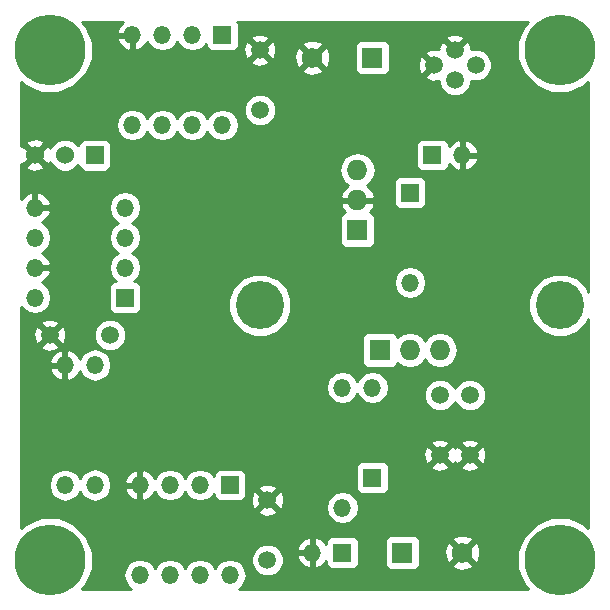
<source format=gbl>
G04 (created by PCBNEW (2013-07-07 BZR 4022)-stable) date 3/25/2015 10:05:49 PM*
%MOIN*%
G04 Gerber Fmt 3.4, Leading zero omitted, Abs format*
%FSLAX34Y34*%
G01*
G70*
G90*
G04 APERTURE LIST*
%ADD10C,0.00590551*%
%ADD11R,0.069X0.069*%
%ADD12O,0.069X0.069*%
%ADD13R,0.059X0.059*%
%ADD14O,0.059X0.059*%
%ADD15R,0.06X0.06*%
%ADD16C,0.06*%
%ADD17C,0.059*%
%ADD18C,0.16*%
%ADD19C,0.069*%
%ADD20C,0.23622*%
%ADD21C,0.01*%
G04 APERTURE END LIST*
G54D10*
G54D11*
X59500Y-55750D03*
G54D12*
X59500Y-54750D03*
X59500Y-53750D03*
G54D13*
X62000Y-53250D03*
G54D14*
X63000Y-53250D03*
G54D11*
X60250Y-59750D03*
G54D12*
X61250Y-59750D03*
X62250Y-59750D03*
G54D14*
X50750Y-60250D03*
X50750Y-64250D03*
X49750Y-64250D03*
X49750Y-60250D03*
G54D15*
X50750Y-53250D03*
G54D16*
X49750Y-53250D03*
X48750Y-53250D03*
G54D17*
X62750Y-49757D03*
X63438Y-50250D03*
X62061Y-50250D03*
X62750Y-50742D03*
X56500Y-66750D03*
X56500Y-64750D03*
X56250Y-51750D03*
X56250Y-49750D03*
X51250Y-59250D03*
X49250Y-59250D03*
G54D13*
X55250Y-64250D03*
G54D14*
X54250Y-64250D03*
X53250Y-64250D03*
X52250Y-64250D03*
X52250Y-67250D03*
X53250Y-67250D03*
X55250Y-67250D03*
X54250Y-67250D03*
G54D13*
X51750Y-58000D03*
G54D14*
X51750Y-57000D03*
X51750Y-56000D03*
X51750Y-55000D03*
X48750Y-55000D03*
X48750Y-56000D03*
X48750Y-58000D03*
X48750Y-57000D03*
G54D13*
X55000Y-49250D03*
G54D14*
X54000Y-49250D03*
X53000Y-49250D03*
X52000Y-49250D03*
X52000Y-52250D03*
X53000Y-52250D03*
X55000Y-52250D03*
X54000Y-52250D03*
G54D18*
X66250Y-58250D03*
X56250Y-58250D03*
G54D11*
X61000Y-66500D03*
G54D19*
X63000Y-66500D03*
G54D11*
X60000Y-50000D03*
G54D19*
X58000Y-50000D03*
G54D20*
X49250Y-49750D03*
X49250Y-66750D03*
X66250Y-49750D03*
X66250Y-66750D03*
G54D17*
X63250Y-61250D03*
X63250Y-63250D03*
X62250Y-61250D03*
X62250Y-63250D03*
G54D13*
X59000Y-66500D03*
G54D14*
X58000Y-66500D03*
X59000Y-65000D03*
X59000Y-61000D03*
G54D13*
X60000Y-64000D03*
G54D14*
X60000Y-61000D03*
G54D13*
X61250Y-54500D03*
G54D14*
X61250Y-57500D03*
G54D10*
G36*
X67200Y-65676D02*
X67061Y-65537D01*
X66535Y-65319D01*
X65966Y-65318D01*
X65440Y-65536D01*
X65037Y-65938D01*
X64819Y-66464D01*
X64818Y-67033D01*
X65036Y-67559D01*
X65176Y-67700D01*
X63984Y-67700D01*
X63984Y-50142D01*
X63901Y-49941D01*
X63748Y-49788D01*
X63547Y-49705D01*
X63331Y-49704D01*
X63293Y-49720D01*
X63288Y-49621D01*
X63227Y-49473D01*
X63132Y-49446D01*
X63061Y-49517D01*
X63061Y-49375D01*
X63034Y-49280D01*
X62830Y-49208D01*
X62614Y-49219D01*
X62465Y-49280D01*
X62438Y-49375D01*
X62750Y-49687D01*
X63061Y-49375D01*
X63061Y-49517D01*
X62820Y-49757D01*
X62826Y-49763D01*
X62755Y-49834D01*
X62750Y-49828D01*
X62744Y-49834D01*
X62673Y-49763D01*
X62679Y-49757D01*
X62367Y-49446D01*
X62272Y-49473D01*
X62200Y-49677D01*
X62202Y-49721D01*
X62141Y-49700D01*
X61925Y-49711D01*
X61776Y-49772D01*
X61749Y-49867D01*
X62061Y-50179D01*
X62066Y-50173D01*
X62137Y-50244D01*
X62131Y-50250D01*
X62137Y-50255D01*
X62066Y-50326D01*
X62061Y-50320D01*
X61990Y-50391D01*
X61990Y-50250D01*
X61678Y-49938D01*
X61583Y-49965D01*
X61511Y-50169D01*
X61522Y-50385D01*
X61583Y-50534D01*
X61678Y-50561D01*
X61990Y-50250D01*
X61990Y-50391D01*
X61749Y-50632D01*
X61776Y-50727D01*
X61980Y-50799D01*
X62196Y-50788D01*
X62204Y-50785D01*
X62204Y-50850D01*
X62287Y-51050D01*
X62440Y-51203D01*
X62641Y-51287D01*
X62857Y-51287D01*
X63058Y-51204D01*
X63211Y-51051D01*
X63294Y-50851D01*
X63294Y-50780D01*
X63330Y-50794D01*
X63546Y-50795D01*
X63747Y-50712D01*
X63900Y-50559D01*
X63983Y-50358D01*
X63984Y-50142D01*
X63984Y-67700D01*
X63799Y-67700D01*
X63799Y-63330D01*
X63795Y-63238D01*
X63795Y-61142D01*
X63712Y-60941D01*
X63559Y-60788D01*
X63528Y-60775D01*
X63528Y-53384D01*
X63528Y-53115D01*
X63468Y-52971D01*
X63326Y-52813D01*
X63134Y-52721D01*
X63050Y-52769D01*
X63050Y-53200D01*
X63479Y-53200D01*
X63528Y-53115D01*
X63528Y-53384D01*
X63479Y-53300D01*
X63050Y-53300D01*
X63050Y-53730D01*
X63134Y-53778D01*
X63326Y-53686D01*
X63468Y-53528D01*
X63528Y-53384D01*
X63528Y-60775D01*
X63358Y-60705D01*
X63142Y-60704D01*
X62950Y-60784D01*
X62950Y-53730D01*
X62950Y-53300D01*
X62942Y-53300D01*
X62942Y-53200D01*
X62950Y-53200D01*
X62950Y-52769D01*
X62865Y-52721D01*
X62673Y-52813D01*
X62545Y-52956D01*
X62545Y-52905D01*
X62507Y-52813D01*
X62436Y-52743D01*
X62344Y-52705D01*
X62245Y-52704D01*
X61655Y-52704D01*
X61563Y-52742D01*
X61493Y-52813D01*
X61455Y-52905D01*
X61454Y-53004D01*
X61454Y-53594D01*
X61492Y-53686D01*
X61563Y-53756D01*
X61655Y-53794D01*
X61754Y-53795D01*
X62344Y-53795D01*
X62436Y-53757D01*
X62506Y-53686D01*
X62544Y-53594D01*
X62545Y-53543D01*
X62673Y-53686D01*
X62865Y-53778D01*
X62950Y-53730D01*
X62950Y-60784D01*
X62941Y-60787D01*
X62845Y-60884D01*
X62845Y-59761D01*
X62845Y-59738D01*
X62799Y-59510D01*
X62670Y-59317D01*
X62477Y-59188D01*
X62250Y-59143D01*
X62022Y-59188D01*
X61829Y-59317D01*
X61795Y-59368D01*
X61795Y-54745D01*
X61795Y-54155D01*
X61757Y-54063D01*
X61686Y-53993D01*
X61594Y-53955D01*
X61495Y-53954D01*
X60905Y-53954D01*
X60813Y-53992D01*
X60743Y-54063D01*
X60705Y-54155D01*
X60704Y-54254D01*
X60704Y-54844D01*
X60742Y-54936D01*
X60813Y-55006D01*
X60905Y-55044D01*
X61004Y-55045D01*
X61594Y-55045D01*
X61686Y-55007D01*
X61756Y-54936D01*
X61794Y-54844D01*
X61795Y-54745D01*
X61795Y-59368D01*
X61795Y-59368D01*
X61795Y-57510D01*
X61795Y-57489D01*
X61753Y-57280D01*
X61635Y-57103D01*
X61458Y-56985D01*
X61250Y-56944D01*
X61041Y-56985D01*
X60864Y-57103D01*
X60746Y-57280D01*
X60705Y-57489D01*
X60705Y-57510D01*
X60746Y-57719D01*
X60864Y-57896D01*
X61041Y-58014D01*
X61250Y-58055D01*
X61458Y-58014D01*
X61635Y-57896D01*
X61753Y-57719D01*
X61795Y-57510D01*
X61795Y-59368D01*
X61750Y-59436D01*
X61670Y-59317D01*
X61477Y-59188D01*
X61250Y-59143D01*
X61022Y-59188D01*
X60829Y-59317D01*
X60807Y-59263D01*
X60736Y-59193D01*
X60644Y-59155D01*
X60595Y-59155D01*
X60595Y-50295D01*
X60595Y-49605D01*
X60557Y-49513D01*
X60486Y-49443D01*
X60394Y-49405D01*
X60295Y-49404D01*
X59605Y-49404D01*
X59513Y-49442D01*
X59443Y-49513D01*
X59405Y-49605D01*
X59404Y-49704D01*
X59404Y-50394D01*
X59442Y-50486D01*
X59513Y-50556D01*
X59605Y-50594D01*
X59704Y-50595D01*
X60394Y-50595D01*
X60486Y-50557D01*
X60556Y-50486D01*
X60594Y-50394D01*
X60595Y-50295D01*
X60595Y-59155D01*
X60545Y-59154D01*
X60106Y-59154D01*
X60106Y-53750D01*
X60061Y-53522D01*
X59932Y-53329D01*
X59739Y-53200D01*
X59511Y-53155D01*
X59488Y-53155D01*
X59260Y-53200D01*
X59067Y-53329D01*
X58938Y-53522D01*
X58893Y-53750D01*
X58938Y-53977D01*
X59067Y-54170D01*
X59188Y-54251D01*
X59147Y-54270D01*
X58990Y-54441D01*
X58922Y-54607D01*
X58969Y-54700D01*
X59450Y-54700D01*
X59450Y-54692D01*
X59550Y-54692D01*
X59550Y-54700D01*
X60030Y-54700D01*
X60077Y-54607D01*
X60009Y-54441D01*
X59852Y-54270D01*
X59811Y-54251D01*
X59932Y-54170D01*
X60061Y-53977D01*
X60106Y-53750D01*
X60106Y-59154D01*
X60095Y-59154D01*
X60095Y-56045D01*
X60095Y-55355D01*
X60057Y-55263D01*
X59986Y-55193D01*
X59913Y-55162D01*
X60009Y-55058D01*
X60077Y-54892D01*
X60030Y-54800D01*
X59550Y-54800D01*
X59550Y-54807D01*
X59450Y-54807D01*
X59450Y-54800D01*
X58969Y-54800D01*
X58922Y-54892D01*
X58990Y-55058D01*
X59086Y-55162D01*
X59013Y-55192D01*
X58943Y-55263D01*
X58905Y-55355D01*
X58904Y-55454D01*
X58904Y-56144D01*
X58942Y-56236D01*
X59013Y-56306D01*
X59105Y-56344D01*
X59204Y-56345D01*
X59894Y-56345D01*
X59986Y-56307D01*
X60056Y-56236D01*
X60094Y-56144D01*
X60095Y-56045D01*
X60095Y-59154D01*
X59855Y-59154D01*
X59763Y-59192D01*
X59693Y-59263D01*
X59655Y-59355D01*
X59654Y-59454D01*
X59654Y-60144D01*
X59692Y-60236D01*
X59763Y-60306D01*
X59855Y-60344D01*
X59954Y-60345D01*
X60644Y-60345D01*
X60736Y-60307D01*
X60806Y-60236D01*
X60829Y-60182D01*
X61022Y-60311D01*
X61250Y-60356D01*
X61477Y-60311D01*
X61670Y-60182D01*
X61750Y-60063D01*
X61829Y-60182D01*
X62022Y-60311D01*
X62250Y-60356D01*
X62477Y-60311D01*
X62670Y-60182D01*
X62799Y-59989D01*
X62845Y-59761D01*
X62845Y-60884D01*
X62788Y-60940D01*
X62750Y-61032D01*
X62712Y-60941D01*
X62559Y-60788D01*
X62358Y-60705D01*
X62142Y-60704D01*
X61941Y-60787D01*
X61788Y-60940D01*
X61705Y-61141D01*
X61704Y-61357D01*
X61787Y-61558D01*
X61940Y-61711D01*
X62141Y-61794D01*
X62357Y-61795D01*
X62558Y-61712D01*
X62711Y-61559D01*
X62749Y-61467D01*
X62787Y-61558D01*
X62940Y-61711D01*
X63141Y-61794D01*
X63357Y-61795D01*
X63558Y-61712D01*
X63711Y-61559D01*
X63794Y-61358D01*
X63795Y-61142D01*
X63795Y-63238D01*
X63788Y-63114D01*
X63727Y-62965D01*
X63632Y-62938D01*
X63561Y-63009D01*
X63561Y-62867D01*
X63534Y-62772D01*
X63330Y-62700D01*
X63114Y-62711D01*
X62965Y-62772D01*
X62938Y-62867D01*
X63250Y-63179D01*
X63561Y-62867D01*
X63561Y-63009D01*
X63320Y-63250D01*
X63632Y-63561D01*
X63727Y-63534D01*
X63799Y-63330D01*
X63799Y-67700D01*
X63599Y-67700D01*
X63599Y-66592D01*
X63589Y-66356D01*
X63561Y-66289D01*
X63561Y-63632D01*
X63250Y-63320D01*
X63179Y-63391D01*
X63179Y-63250D01*
X62867Y-62938D01*
X62772Y-62965D01*
X62751Y-63024D01*
X62727Y-62965D01*
X62632Y-62938D01*
X62561Y-63009D01*
X62561Y-62867D01*
X62534Y-62772D01*
X62330Y-62700D01*
X62114Y-62711D01*
X61965Y-62772D01*
X61938Y-62867D01*
X62250Y-63179D01*
X62561Y-62867D01*
X62561Y-63009D01*
X62320Y-63250D01*
X62632Y-63561D01*
X62727Y-63534D01*
X62748Y-63475D01*
X62772Y-63534D01*
X62867Y-63561D01*
X63179Y-63250D01*
X63179Y-63391D01*
X62938Y-63632D01*
X62965Y-63727D01*
X63169Y-63799D01*
X63385Y-63788D01*
X63534Y-63727D01*
X63561Y-63632D01*
X63561Y-66289D01*
X63518Y-66185D01*
X63418Y-66152D01*
X63347Y-66222D01*
X63347Y-66081D01*
X63314Y-65981D01*
X63092Y-65900D01*
X62856Y-65910D01*
X62685Y-65981D01*
X62652Y-66081D01*
X63000Y-66429D01*
X63347Y-66081D01*
X63347Y-66222D01*
X63070Y-66500D01*
X63418Y-66847D01*
X63518Y-66814D01*
X63599Y-66592D01*
X63599Y-67700D01*
X63347Y-67700D01*
X63347Y-66918D01*
X63000Y-66570D01*
X62929Y-66641D01*
X62929Y-66500D01*
X62581Y-66152D01*
X62561Y-66158D01*
X62561Y-63632D01*
X62250Y-63320D01*
X62179Y-63391D01*
X62179Y-63250D01*
X61867Y-62938D01*
X61772Y-62965D01*
X61700Y-63169D01*
X61711Y-63385D01*
X61772Y-63534D01*
X61867Y-63561D01*
X62179Y-63250D01*
X62179Y-63391D01*
X61938Y-63632D01*
X61965Y-63727D01*
X62169Y-63799D01*
X62385Y-63788D01*
X62534Y-63727D01*
X62561Y-63632D01*
X62561Y-66158D01*
X62481Y-66185D01*
X62400Y-66407D01*
X62410Y-66643D01*
X62481Y-66814D01*
X62581Y-66847D01*
X62929Y-66500D01*
X62929Y-66641D01*
X62652Y-66918D01*
X62685Y-67018D01*
X62907Y-67099D01*
X63143Y-67089D01*
X63314Y-67018D01*
X63347Y-66918D01*
X63347Y-67700D01*
X61595Y-67700D01*
X61595Y-66795D01*
X61595Y-66105D01*
X61557Y-66013D01*
X61486Y-65943D01*
X61394Y-65905D01*
X61295Y-65904D01*
X60605Y-65904D01*
X60545Y-65929D01*
X60545Y-64245D01*
X60545Y-63655D01*
X60545Y-63655D01*
X60545Y-61010D01*
X60545Y-60989D01*
X60503Y-60780D01*
X60385Y-60603D01*
X60208Y-60485D01*
X60000Y-60444D01*
X59791Y-60485D01*
X59614Y-60603D01*
X59499Y-60775D01*
X59385Y-60603D01*
X59208Y-60485D01*
X59000Y-60444D01*
X58791Y-60485D01*
X58614Y-60603D01*
X58599Y-60626D01*
X58599Y-50092D01*
X58589Y-49856D01*
X58518Y-49685D01*
X58418Y-49652D01*
X58347Y-49722D01*
X58347Y-49581D01*
X58314Y-49481D01*
X58092Y-49400D01*
X57856Y-49410D01*
X57685Y-49481D01*
X57652Y-49581D01*
X58000Y-49929D01*
X58347Y-49581D01*
X58347Y-49722D01*
X58070Y-50000D01*
X58418Y-50347D01*
X58518Y-50314D01*
X58599Y-50092D01*
X58599Y-60626D01*
X58496Y-60780D01*
X58455Y-60989D01*
X58455Y-61010D01*
X58496Y-61219D01*
X58614Y-61396D01*
X58791Y-61514D01*
X59000Y-61555D01*
X59208Y-61514D01*
X59385Y-61396D01*
X59499Y-61224D01*
X59614Y-61396D01*
X59791Y-61514D01*
X60000Y-61555D01*
X60208Y-61514D01*
X60385Y-61396D01*
X60503Y-61219D01*
X60545Y-61010D01*
X60545Y-63655D01*
X60507Y-63563D01*
X60436Y-63493D01*
X60344Y-63455D01*
X60245Y-63454D01*
X59655Y-63454D01*
X59563Y-63492D01*
X59493Y-63563D01*
X59455Y-63655D01*
X59454Y-63754D01*
X59454Y-64344D01*
X59492Y-64436D01*
X59563Y-64506D01*
X59655Y-64544D01*
X59754Y-64545D01*
X60344Y-64545D01*
X60436Y-64507D01*
X60506Y-64436D01*
X60544Y-64344D01*
X60545Y-64245D01*
X60545Y-65929D01*
X60513Y-65942D01*
X60443Y-66013D01*
X60405Y-66105D01*
X60404Y-66204D01*
X60404Y-66894D01*
X60442Y-66986D01*
X60513Y-67056D01*
X60605Y-67094D01*
X60704Y-67095D01*
X61394Y-67095D01*
X61486Y-67057D01*
X61556Y-66986D01*
X61594Y-66894D01*
X61595Y-66795D01*
X61595Y-67700D01*
X59545Y-67700D01*
X59545Y-66745D01*
X59545Y-66155D01*
X59545Y-66155D01*
X59545Y-65010D01*
X59545Y-64989D01*
X59503Y-64780D01*
X59385Y-64603D01*
X59208Y-64485D01*
X59000Y-64444D01*
X58791Y-64485D01*
X58614Y-64603D01*
X58496Y-64780D01*
X58455Y-64989D01*
X58455Y-65010D01*
X58496Y-65219D01*
X58614Y-65396D01*
X58791Y-65514D01*
X59000Y-65555D01*
X59208Y-65514D01*
X59385Y-65396D01*
X59503Y-65219D01*
X59545Y-65010D01*
X59545Y-66155D01*
X59507Y-66063D01*
X59436Y-65993D01*
X59344Y-65955D01*
X59245Y-65954D01*
X58655Y-65954D01*
X58563Y-65992D01*
X58493Y-66063D01*
X58455Y-66155D01*
X58454Y-66206D01*
X58347Y-66087D01*
X58347Y-50418D01*
X58000Y-50070D01*
X57929Y-50141D01*
X57929Y-50000D01*
X57581Y-49652D01*
X57481Y-49685D01*
X57400Y-49907D01*
X57410Y-50143D01*
X57481Y-50314D01*
X57581Y-50347D01*
X57929Y-50000D01*
X57929Y-50141D01*
X57652Y-50418D01*
X57685Y-50518D01*
X57907Y-50599D01*
X58143Y-50589D01*
X58314Y-50518D01*
X58347Y-50418D01*
X58347Y-66087D01*
X58326Y-66063D01*
X58134Y-65971D01*
X58050Y-66019D01*
X58050Y-66450D01*
X58057Y-66450D01*
X58057Y-66550D01*
X58050Y-66550D01*
X58050Y-66980D01*
X58134Y-67028D01*
X58326Y-66936D01*
X58454Y-66793D01*
X58454Y-66844D01*
X58492Y-66936D01*
X58563Y-67006D01*
X58655Y-67044D01*
X58754Y-67045D01*
X59344Y-67045D01*
X59436Y-67007D01*
X59506Y-66936D01*
X59544Y-66844D01*
X59545Y-66745D01*
X59545Y-67700D01*
X57950Y-67700D01*
X57950Y-66980D01*
X57950Y-66550D01*
X57950Y-66450D01*
X57950Y-66019D01*
X57865Y-65971D01*
X57673Y-66063D01*
X57531Y-66221D01*
X57471Y-66365D01*
X57520Y-66450D01*
X57950Y-66450D01*
X57950Y-66550D01*
X57520Y-66550D01*
X57471Y-66634D01*
X57531Y-66778D01*
X57673Y-66936D01*
X57865Y-67028D01*
X57950Y-66980D01*
X57950Y-67700D01*
X57300Y-67700D01*
X57300Y-58042D01*
X57140Y-57656D01*
X56845Y-57360D01*
X56799Y-57341D01*
X56799Y-49830D01*
X56788Y-49614D01*
X56727Y-49465D01*
X56632Y-49438D01*
X56561Y-49509D01*
X56561Y-49367D01*
X56534Y-49272D01*
X56330Y-49200D01*
X56114Y-49211D01*
X55965Y-49272D01*
X55938Y-49367D01*
X56250Y-49679D01*
X56561Y-49367D01*
X56561Y-49509D01*
X56320Y-49750D01*
X56632Y-50061D01*
X56727Y-50034D01*
X56799Y-49830D01*
X56799Y-57341D01*
X56795Y-57339D01*
X56795Y-51642D01*
X56712Y-51441D01*
X56561Y-51290D01*
X56561Y-50132D01*
X56250Y-49820D01*
X56179Y-49891D01*
X56179Y-49750D01*
X55867Y-49438D01*
X55772Y-49465D01*
X55700Y-49669D01*
X55711Y-49885D01*
X55772Y-50034D01*
X55867Y-50061D01*
X56179Y-49750D01*
X56179Y-49891D01*
X55938Y-50132D01*
X55965Y-50227D01*
X56169Y-50299D01*
X56385Y-50288D01*
X56534Y-50227D01*
X56561Y-50132D01*
X56561Y-51290D01*
X56559Y-51288D01*
X56358Y-51205D01*
X56142Y-51204D01*
X55941Y-51287D01*
X55788Y-51440D01*
X55705Y-51641D01*
X55704Y-51857D01*
X55787Y-52058D01*
X55940Y-52211D01*
X56141Y-52294D01*
X56357Y-52295D01*
X56558Y-52212D01*
X56711Y-52059D01*
X56794Y-51858D01*
X56795Y-51642D01*
X56795Y-57339D01*
X56459Y-57200D01*
X56042Y-57199D01*
X55656Y-57359D01*
X55555Y-57459D01*
X55555Y-52250D01*
X55514Y-52041D01*
X55396Y-51864D01*
X55219Y-51746D01*
X55010Y-51705D01*
X54989Y-51705D01*
X54780Y-51746D01*
X54603Y-51864D01*
X54500Y-52020D01*
X54396Y-51864D01*
X54219Y-51746D01*
X54010Y-51705D01*
X53989Y-51705D01*
X53780Y-51746D01*
X53603Y-51864D01*
X53500Y-52020D01*
X53396Y-51864D01*
X53219Y-51746D01*
X53010Y-51705D01*
X52989Y-51705D01*
X52780Y-51746D01*
X52603Y-51864D01*
X52499Y-52020D01*
X52396Y-51864D01*
X52219Y-51746D01*
X52010Y-51705D01*
X51989Y-51705D01*
X51950Y-51712D01*
X51950Y-49730D01*
X51950Y-49300D01*
X51520Y-49300D01*
X51471Y-49384D01*
X51531Y-49528D01*
X51673Y-49686D01*
X51865Y-49778D01*
X51950Y-49730D01*
X51950Y-51712D01*
X51780Y-51746D01*
X51603Y-51864D01*
X51485Y-52041D01*
X51444Y-52250D01*
X51485Y-52458D01*
X51603Y-52635D01*
X51780Y-52753D01*
X51989Y-52795D01*
X52010Y-52795D01*
X52219Y-52753D01*
X52396Y-52635D01*
X52500Y-52479D01*
X52603Y-52635D01*
X52780Y-52753D01*
X52989Y-52795D01*
X53010Y-52795D01*
X53219Y-52753D01*
X53396Y-52635D01*
X53500Y-52479D01*
X53603Y-52635D01*
X53780Y-52753D01*
X53989Y-52795D01*
X54010Y-52795D01*
X54219Y-52753D01*
X54396Y-52635D01*
X54500Y-52479D01*
X54603Y-52635D01*
X54780Y-52753D01*
X54989Y-52795D01*
X55010Y-52795D01*
X55219Y-52753D01*
X55396Y-52635D01*
X55514Y-52458D01*
X55555Y-52250D01*
X55555Y-57459D01*
X55360Y-57654D01*
X55200Y-58040D01*
X55199Y-58457D01*
X55359Y-58844D01*
X55654Y-59139D01*
X56040Y-59299D01*
X56457Y-59300D01*
X56844Y-59140D01*
X57139Y-58845D01*
X57299Y-58459D01*
X57300Y-58042D01*
X57300Y-67700D01*
X57049Y-67700D01*
X57049Y-64830D01*
X57038Y-64614D01*
X56977Y-64465D01*
X56882Y-64438D01*
X56811Y-64509D01*
X56811Y-64367D01*
X56784Y-64272D01*
X56580Y-64200D01*
X56364Y-64211D01*
X56215Y-64272D01*
X56188Y-64367D01*
X56500Y-64679D01*
X56811Y-64367D01*
X56811Y-64509D01*
X56570Y-64750D01*
X56882Y-65061D01*
X56977Y-65034D01*
X57049Y-64830D01*
X57049Y-67700D01*
X57045Y-67700D01*
X57045Y-66642D01*
X56962Y-66441D01*
X56811Y-66290D01*
X56811Y-65132D01*
X56500Y-64820D01*
X56429Y-64891D01*
X56429Y-64750D01*
X56117Y-64438D01*
X56022Y-64465D01*
X55950Y-64669D01*
X55961Y-64885D01*
X56022Y-65034D01*
X56117Y-65061D01*
X56429Y-64750D01*
X56429Y-64891D01*
X56188Y-65132D01*
X56215Y-65227D01*
X56419Y-65299D01*
X56635Y-65288D01*
X56784Y-65227D01*
X56811Y-65132D01*
X56811Y-66290D01*
X56809Y-66288D01*
X56608Y-66205D01*
X56392Y-66204D01*
X56191Y-66287D01*
X56038Y-66440D01*
X55955Y-66641D01*
X55954Y-66857D01*
X56037Y-67058D01*
X56190Y-67211D01*
X56391Y-67294D01*
X56607Y-67295D01*
X56808Y-67212D01*
X56961Y-67059D01*
X57044Y-66858D01*
X57045Y-66642D01*
X57045Y-67700D01*
X55549Y-67700D01*
X55646Y-67635D01*
X55764Y-67458D01*
X55805Y-67250D01*
X55795Y-67196D01*
X55795Y-64495D01*
X55795Y-63905D01*
X55757Y-63813D01*
X55686Y-63743D01*
X55594Y-63705D01*
X55495Y-63704D01*
X54905Y-63704D01*
X54813Y-63742D01*
X54743Y-63813D01*
X54705Y-63905D01*
X54705Y-63952D01*
X54646Y-63864D01*
X54469Y-63746D01*
X54260Y-63705D01*
X54239Y-63705D01*
X54030Y-63746D01*
X53853Y-63864D01*
X53750Y-64020D01*
X53646Y-63864D01*
X53469Y-63746D01*
X53260Y-63705D01*
X53239Y-63705D01*
X53030Y-63746D01*
X52853Y-63864D01*
X52742Y-64030D01*
X52718Y-63971D01*
X52576Y-63813D01*
X52384Y-63721D01*
X52300Y-63769D01*
X52300Y-64200D01*
X52307Y-64200D01*
X52307Y-64300D01*
X52300Y-64300D01*
X52300Y-64730D01*
X52384Y-64778D01*
X52576Y-64686D01*
X52718Y-64528D01*
X52742Y-64469D01*
X52853Y-64635D01*
X53030Y-64753D01*
X53239Y-64795D01*
X53260Y-64795D01*
X53469Y-64753D01*
X53646Y-64635D01*
X53750Y-64479D01*
X53853Y-64635D01*
X54030Y-64753D01*
X54239Y-64795D01*
X54260Y-64795D01*
X54469Y-64753D01*
X54646Y-64635D01*
X54704Y-64547D01*
X54704Y-64594D01*
X54742Y-64686D01*
X54813Y-64756D01*
X54905Y-64794D01*
X55004Y-64795D01*
X55594Y-64795D01*
X55686Y-64757D01*
X55756Y-64686D01*
X55794Y-64594D01*
X55795Y-64495D01*
X55795Y-67196D01*
X55764Y-67041D01*
X55646Y-66864D01*
X55469Y-66746D01*
X55260Y-66705D01*
X55239Y-66705D01*
X55030Y-66746D01*
X54853Y-66864D01*
X54750Y-67020D01*
X54646Y-66864D01*
X54469Y-66746D01*
X54260Y-66705D01*
X54239Y-66705D01*
X54030Y-66746D01*
X53853Y-66864D01*
X53750Y-67020D01*
X53646Y-66864D01*
X53469Y-66746D01*
X53260Y-66705D01*
X53239Y-66705D01*
X53030Y-66746D01*
X52853Y-66864D01*
X52749Y-67020D01*
X52646Y-66864D01*
X52469Y-66746D01*
X52295Y-66711D01*
X52295Y-58245D01*
X52295Y-57655D01*
X52257Y-57563D01*
X52186Y-57493D01*
X52094Y-57455D01*
X52047Y-57455D01*
X52135Y-57396D01*
X52253Y-57219D01*
X52295Y-57010D01*
X52295Y-56989D01*
X52253Y-56780D01*
X52135Y-56603D01*
X51979Y-56500D01*
X52135Y-56396D01*
X52253Y-56219D01*
X52295Y-56010D01*
X52295Y-55989D01*
X52253Y-55780D01*
X52135Y-55603D01*
X51979Y-55500D01*
X52135Y-55396D01*
X52253Y-55219D01*
X52295Y-55010D01*
X52295Y-54989D01*
X52253Y-54780D01*
X52135Y-54603D01*
X51958Y-54485D01*
X51750Y-54444D01*
X51541Y-54485D01*
X51364Y-54603D01*
X51300Y-54700D01*
X51300Y-53500D01*
X51300Y-52900D01*
X51262Y-52808D01*
X51191Y-52738D01*
X51099Y-52700D01*
X51000Y-52699D01*
X50400Y-52699D01*
X50308Y-52737D01*
X50238Y-52808D01*
X50200Y-52900D01*
X50200Y-52922D01*
X50061Y-52784D01*
X49859Y-52700D01*
X49641Y-52699D01*
X49438Y-52783D01*
X49284Y-52938D01*
X49252Y-53013D01*
X49231Y-52962D01*
X49135Y-52934D01*
X49065Y-53005D01*
X49065Y-52864D01*
X49037Y-52768D01*
X48831Y-52695D01*
X48613Y-52706D01*
X48462Y-52768D01*
X48434Y-52864D01*
X48750Y-53179D01*
X49065Y-52864D01*
X49065Y-53005D01*
X48820Y-53250D01*
X49135Y-53565D01*
X49231Y-53537D01*
X49250Y-53482D01*
X49283Y-53561D01*
X49438Y-53715D01*
X49640Y-53799D01*
X49858Y-53800D01*
X50061Y-53716D01*
X50199Y-53577D01*
X50199Y-53599D01*
X50237Y-53691D01*
X50308Y-53761D01*
X50400Y-53799D01*
X50499Y-53800D01*
X51099Y-53800D01*
X51191Y-53762D01*
X51261Y-53691D01*
X51299Y-53599D01*
X51300Y-53500D01*
X51300Y-54700D01*
X51246Y-54780D01*
X51205Y-54989D01*
X51205Y-55010D01*
X51246Y-55219D01*
X51364Y-55396D01*
X51520Y-55500D01*
X51364Y-55603D01*
X51246Y-55780D01*
X51205Y-55989D01*
X51205Y-56010D01*
X51246Y-56219D01*
X51364Y-56396D01*
X51520Y-56500D01*
X51364Y-56603D01*
X51246Y-56780D01*
X51205Y-56989D01*
X51205Y-57010D01*
X51246Y-57219D01*
X51364Y-57396D01*
X51452Y-57454D01*
X51405Y-57454D01*
X51313Y-57492D01*
X51243Y-57563D01*
X51205Y-57655D01*
X51204Y-57754D01*
X51204Y-58344D01*
X51242Y-58436D01*
X51313Y-58506D01*
X51405Y-58544D01*
X51504Y-58545D01*
X52094Y-58545D01*
X52186Y-58507D01*
X52256Y-58436D01*
X52294Y-58344D01*
X52295Y-58245D01*
X52295Y-66711D01*
X52260Y-66705D01*
X52239Y-66705D01*
X52200Y-66712D01*
X52200Y-64730D01*
X52200Y-64300D01*
X52200Y-64200D01*
X52200Y-63769D01*
X52115Y-63721D01*
X51923Y-63813D01*
X51795Y-63956D01*
X51795Y-59142D01*
X51712Y-58941D01*
X51559Y-58788D01*
X51358Y-58705D01*
X51142Y-58704D01*
X50941Y-58787D01*
X50788Y-58940D01*
X50705Y-59141D01*
X50704Y-59357D01*
X50787Y-59558D01*
X50940Y-59711D01*
X51141Y-59794D01*
X51357Y-59795D01*
X51558Y-59712D01*
X51711Y-59559D01*
X51794Y-59358D01*
X51795Y-59142D01*
X51795Y-63956D01*
X51781Y-63971D01*
X51721Y-64115D01*
X51770Y-64200D01*
X52200Y-64200D01*
X52200Y-64300D01*
X51770Y-64300D01*
X51721Y-64384D01*
X51781Y-64528D01*
X51923Y-64686D01*
X52115Y-64778D01*
X52200Y-64730D01*
X52200Y-66712D01*
X52030Y-66746D01*
X51853Y-66864D01*
X51735Y-67041D01*
X51694Y-67250D01*
X51735Y-67458D01*
X51853Y-67635D01*
X51950Y-67700D01*
X51295Y-67700D01*
X51295Y-64260D01*
X51295Y-64239D01*
X51295Y-60260D01*
X51295Y-60239D01*
X51253Y-60030D01*
X51135Y-59853D01*
X50958Y-59735D01*
X50750Y-59694D01*
X50541Y-59735D01*
X50364Y-59853D01*
X50246Y-60030D01*
X50243Y-60043D01*
X50186Y-59923D01*
X50028Y-59781D01*
X49884Y-59721D01*
X49800Y-59770D01*
X49800Y-60200D01*
X49807Y-60200D01*
X49807Y-60300D01*
X49800Y-60300D01*
X49800Y-60729D01*
X49884Y-60778D01*
X50028Y-60718D01*
X50186Y-60576D01*
X50243Y-60456D01*
X50246Y-60469D01*
X50364Y-60646D01*
X50541Y-60764D01*
X50750Y-60805D01*
X50958Y-60764D01*
X51135Y-60646D01*
X51253Y-60469D01*
X51295Y-60260D01*
X51295Y-64239D01*
X51253Y-64030D01*
X51135Y-63853D01*
X50958Y-63735D01*
X50750Y-63694D01*
X50541Y-63735D01*
X50364Y-63853D01*
X50250Y-64025D01*
X50135Y-63853D01*
X49958Y-63735D01*
X49799Y-63704D01*
X49799Y-59330D01*
X49788Y-59114D01*
X49727Y-58965D01*
X49632Y-58938D01*
X49561Y-59009D01*
X49561Y-58867D01*
X49534Y-58772D01*
X49330Y-58700D01*
X49114Y-58711D01*
X48965Y-58772D01*
X48938Y-58867D01*
X49250Y-59179D01*
X49561Y-58867D01*
X49561Y-59009D01*
X49320Y-59250D01*
X49632Y-59561D01*
X49727Y-59534D01*
X49799Y-59330D01*
X49799Y-63704D01*
X49750Y-63694D01*
X49700Y-63704D01*
X49700Y-60729D01*
X49700Y-60300D01*
X49700Y-60200D01*
X49700Y-59770D01*
X49615Y-59721D01*
X49561Y-59744D01*
X49561Y-59632D01*
X49250Y-59320D01*
X49179Y-59391D01*
X49179Y-59250D01*
X48867Y-58938D01*
X48772Y-58965D01*
X48700Y-59169D01*
X48711Y-59385D01*
X48772Y-59534D01*
X48867Y-59561D01*
X49179Y-59250D01*
X49179Y-59391D01*
X48938Y-59632D01*
X48965Y-59727D01*
X49169Y-59799D01*
X49385Y-59788D01*
X49534Y-59727D01*
X49561Y-59632D01*
X49561Y-59744D01*
X49471Y-59781D01*
X49313Y-59923D01*
X49221Y-60115D01*
X49269Y-60200D01*
X49700Y-60200D01*
X49700Y-60300D01*
X49269Y-60300D01*
X49221Y-60384D01*
X49313Y-60576D01*
X49471Y-60718D01*
X49615Y-60778D01*
X49700Y-60729D01*
X49700Y-63704D01*
X49541Y-63735D01*
X49364Y-63853D01*
X49246Y-64030D01*
X49205Y-64239D01*
X49205Y-64260D01*
X49246Y-64469D01*
X49364Y-64646D01*
X49541Y-64764D01*
X49750Y-64805D01*
X49958Y-64764D01*
X50135Y-64646D01*
X50250Y-64474D01*
X50364Y-64646D01*
X50541Y-64764D01*
X50750Y-64805D01*
X50958Y-64764D01*
X51135Y-64646D01*
X51253Y-64469D01*
X51295Y-64260D01*
X51295Y-67700D01*
X50323Y-67700D01*
X50462Y-67561D01*
X50680Y-67035D01*
X50681Y-66466D01*
X50463Y-65940D01*
X50061Y-65537D01*
X49535Y-65319D01*
X48966Y-65318D01*
X48440Y-65536D01*
X48300Y-65676D01*
X48300Y-58299D01*
X48364Y-58396D01*
X48541Y-58514D01*
X48750Y-58555D01*
X48958Y-58514D01*
X49135Y-58396D01*
X49253Y-58219D01*
X49295Y-58010D01*
X49295Y-57989D01*
X49253Y-57780D01*
X49135Y-57603D01*
X48969Y-57492D01*
X49028Y-57468D01*
X49186Y-57326D01*
X49278Y-57134D01*
X49230Y-57050D01*
X48800Y-57050D01*
X48800Y-57057D01*
X48700Y-57057D01*
X48700Y-57050D01*
X48692Y-57050D01*
X48692Y-56950D01*
X48700Y-56950D01*
X48700Y-56942D01*
X48800Y-56942D01*
X48800Y-56950D01*
X49230Y-56950D01*
X49278Y-56865D01*
X49186Y-56673D01*
X49028Y-56531D01*
X48969Y-56507D01*
X49135Y-56396D01*
X49253Y-56219D01*
X49295Y-56010D01*
X49295Y-55989D01*
X49253Y-55780D01*
X49135Y-55603D01*
X48969Y-55492D01*
X49028Y-55468D01*
X49186Y-55326D01*
X49278Y-55134D01*
X49278Y-54865D01*
X49186Y-54673D01*
X49065Y-54564D01*
X49065Y-53635D01*
X48750Y-53320D01*
X48434Y-53635D01*
X48462Y-53731D01*
X48668Y-53804D01*
X48886Y-53793D01*
X49037Y-53731D01*
X49065Y-53635D01*
X49065Y-54564D01*
X49028Y-54531D01*
X48884Y-54471D01*
X48800Y-54520D01*
X48800Y-54950D01*
X49230Y-54950D01*
X49278Y-54865D01*
X49278Y-55134D01*
X49230Y-55050D01*
X48800Y-55050D01*
X48800Y-55057D01*
X48700Y-55057D01*
X48700Y-55050D01*
X48692Y-55050D01*
X48692Y-54950D01*
X48700Y-54950D01*
X48700Y-54520D01*
X48615Y-54471D01*
X48471Y-54531D01*
X48313Y-54673D01*
X48300Y-54701D01*
X48300Y-53546D01*
X48364Y-53565D01*
X48679Y-53250D01*
X48364Y-52934D01*
X48300Y-52953D01*
X48300Y-50823D01*
X48438Y-50962D01*
X48964Y-51180D01*
X49533Y-51181D01*
X50059Y-50963D01*
X50462Y-50561D01*
X50680Y-50035D01*
X50681Y-49466D01*
X50463Y-48940D01*
X50323Y-48800D01*
X51701Y-48800D01*
X51673Y-48813D01*
X51531Y-48971D01*
X51471Y-49115D01*
X51520Y-49200D01*
X51950Y-49200D01*
X51950Y-49192D01*
X52050Y-49192D01*
X52050Y-49200D01*
X52057Y-49200D01*
X52057Y-49300D01*
X52050Y-49300D01*
X52050Y-49730D01*
X52134Y-49778D01*
X52326Y-49686D01*
X52468Y-49528D01*
X52492Y-49469D01*
X52603Y-49635D01*
X52780Y-49753D01*
X52989Y-49795D01*
X53010Y-49795D01*
X53219Y-49753D01*
X53396Y-49635D01*
X53500Y-49479D01*
X53603Y-49635D01*
X53780Y-49753D01*
X53989Y-49795D01*
X54010Y-49795D01*
X54219Y-49753D01*
X54396Y-49635D01*
X54454Y-49547D01*
X54454Y-49594D01*
X54492Y-49686D01*
X54563Y-49756D01*
X54655Y-49794D01*
X54754Y-49795D01*
X55344Y-49795D01*
X55436Y-49757D01*
X55506Y-49686D01*
X55544Y-49594D01*
X55545Y-49495D01*
X55545Y-48905D01*
X55507Y-48813D01*
X55493Y-48800D01*
X65176Y-48800D01*
X65037Y-48938D01*
X64819Y-49464D01*
X64818Y-50033D01*
X65036Y-50559D01*
X65438Y-50962D01*
X65964Y-51180D01*
X66533Y-51181D01*
X67059Y-50963D01*
X67200Y-50823D01*
X67200Y-57799D01*
X67140Y-57656D01*
X66845Y-57360D01*
X66459Y-57200D01*
X66042Y-57199D01*
X65656Y-57359D01*
X65360Y-57654D01*
X65200Y-58040D01*
X65199Y-58457D01*
X65359Y-58844D01*
X65654Y-59139D01*
X66040Y-59299D01*
X66457Y-59300D01*
X66844Y-59140D01*
X67139Y-58845D01*
X67200Y-58700D01*
X67200Y-65676D01*
X67200Y-65676D01*
G37*
G54D21*
X67200Y-65676D02*
X67061Y-65537D01*
X66535Y-65319D01*
X65966Y-65318D01*
X65440Y-65536D01*
X65037Y-65938D01*
X64819Y-66464D01*
X64818Y-67033D01*
X65036Y-67559D01*
X65176Y-67700D01*
X63984Y-67700D01*
X63984Y-50142D01*
X63901Y-49941D01*
X63748Y-49788D01*
X63547Y-49705D01*
X63331Y-49704D01*
X63293Y-49720D01*
X63288Y-49621D01*
X63227Y-49473D01*
X63132Y-49446D01*
X63061Y-49517D01*
X63061Y-49375D01*
X63034Y-49280D01*
X62830Y-49208D01*
X62614Y-49219D01*
X62465Y-49280D01*
X62438Y-49375D01*
X62750Y-49687D01*
X63061Y-49375D01*
X63061Y-49517D01*
X62820Y-49757D01*
X62826Y-49763D01*
X62755Y-49834D01*
X62750Y-49828D01*
X62744Y-49834D01*
X62673Y-49763D01*
X62679Y-49757D01*
X62367Y-49446D01*
X62272Y-49473D01*
X62200Y-49677D01*
X62202Y-49721D01*
X62141Y-49700D01*
X61925Y-49711D01*
X61776Y-49772D01*
X61749Y-49867D01*
X62061Y-50179D01*
X62066Y-50173D01*
X62137Y-50244D01*
X62131Y-50250D01*
X62137Y-50255D01*
X62066Y-50326D01*
X62061Y-50320D01*
X61990Y-50391D01*
X61990Y-50250D01*
X61678Y-49938D01*
X61583Y-49965D01*
X61511Y-50169D01*
X61522Y-50385D01*
X61583Y-50534D01*
X61678Y-50561D01*
X61990Y-50250D01*
X61990Y-50391D01*
X61749Y-50632D01*
X61776Y-50727D01*
X61980Y-50799D01*
X62196Y-50788D01*
X62204Y-50785D01*
X62204Y-50850D01*
X62287Y-51050D01*
X62440Y-51203D01*
X62641Y-51287D01*
X62857Y-51287D01*
X63058Y-51204D01*
X63211Y-51051D01*
X63294Y-50851D01*
X63294Y-50780D01*
X63330Y-50794D01*
X63546Y-50795D01*
X63747Y-50712D01*
X63900Y-50559D01*
X63983Y-50358D01*
X63984Y-50142D01*
X63984Y-67700D01*
X63799Y-67700D01*
X63799Y-63330D01*
X63795Y-63238D01*
X63795Y-61142D01*
X63712Y-60941D01*
X63559Y-60788D01*
X63528Y-60775D01*
X63528Y-53384D01*
X63528Y-53115D01*
X63468Y-52971D01*
X63326Y-52813D01*
X63134Y-52721D01*
X63050Y-52769D01*
X63050Y-53200D01*
X63479Y-53200D01*
X63528Y-53115D01*
X63528Y-53384D01*
X63479Y-53300D01*
X63050Y-53300D01*
X63050Y-53730D01*
X63134Y-53778D01*
X63326Y-53686D01*
X63468Y-53528D01*
X63528Y-53384D01*
X63528Y-60775D01*
X63358Y-60705D01*
X63142Y-60704D01*
X62950Y-60784D01*
X62950Y-53730D01*
X62950Y-53300D01*
X62942Y-53300D01*
X62942Y-53200D01*
X62950Y-53200D01*
X62950Y-52769D01*
X62865Y-52721D01*
X62673Y-52813D01*
X62545Y-52956D01*
X62545Y-52905D01*
X62507Y-52813D01*
X62436Y-52743D01*
X62344Y-52705D01*
X62245Y-52704D01*
X61655Y-52704D01*
X61563Y-52742D01*
X61493Y-52813D01*
X61455Y-52905D01*
X61454Y-53004D01*
X61454Y-53594D01*
X61492Y-53686D01*
X61563Y-53756D01*
X61655Y-53794D01*
X61754Y-53795D01*
X62344Y-53795D01*
X62436Y-53757D01*
X62506Y-53686D01*
X62544Y-53594D01*
X62545Y-53543D01*
X62673Y-53686D01*
X62865Y-53778D01*
X62950Y-53730D01*
X62950Y-60784D01*
X62941Y-60787D01*
X62845Y-60884D01*
X62845Y-59761D01*
X62845Y-59738D01*
X62799Y-59510D01*
X62670Y-59317D01*
X62477Y-59188D01*
X62250Y-59143D01*
X62022Y-59188D01*
X61829Y-59317D01*
X61795Y-59368D01*
X61795Y-54745D01*
X61795Y-54155D01*
X61757Y-54063D01*
X61686Y-53993D01*
X61594Y-53955D01*
X61495Y-53954D01*
X60905Y-53954D01*
X60813Y-53992D01*
X60743Y-54063D01*
X60705Y-54155D01*
X60704Y-54254D01*
X60704Y-54844D01*
X60742Y-54936D01*
X60813Y-55006D01*
X60905Y-55044D01*
X61004Y-55045D01*
X61594Y-55045D01*
X61686Y-55007D01*
X61756Y-54936D01*
X61794Y-54844D01*
X61795Y-54745D01*
X61795Y-59368D01*
X61795Y-59368D01*
X61795Y-57510D01*
X61795Y-57489D01*
X61753Y-57280D01*
X61635Y-57103D01*
X61458Y-56985D01*
X61250Y-56944D01*
X61041Y-56985D01*
X60864Y-57103D01*
X60746Y-57280D01*
X60705Y-57489D01*
X60705Y-57510D01*
X60746Y-57719D01*
X60864Y-57896D01*
X61041Y-58014D01*
X61250Y-58055D01*
X61458Y-58014D01*
X61635Y-57896D01*
X61753Y-57719D01*
X61795Y-57510D01*
X61795Y-59368D01*
X61750Y-59436D01*
X61670Y-59317D01*
X61477Y-59188D01*
X61250Y-59143D01*
X61022Y-59188D01*
X60829Y-59317D01*
X60807Y-59263D01*
X60736Y-59193D01*
X60644Y-59155D01*
X60595Y-59155D01*
X60595Y-50295D01*
X60595Y-49605D01*
X60557Y-49513D01*
X60486Y-49443D01*
X60394Y-49405D01*
X60295Y-49404D01*
X59605Y-49404D01*
X59513Y-49442D01*
X59443Y-49513D01*
X59405Y-49605D01*
X59404Y-49704D01*
X59404Y-50394D01*
X59442Y-50486D01*
X59513Y-50556D01*
X59605Y-50594D01*
X59704Y-50595D01*
X60394Y-50595D01*
X60486Y-50557D01*
X60556Y-50486D01*
X60594Y-50394D01*
X60595Y-50295D01*
X60595Y-59155D01*
X60545Y-59154D01*
X60106Y-59154D01*
X60106Y-53750D01*
X60061Y-53522D01*
X59932Y-53329D01*
X59739Y-53200D01*
X59511Y-53155D01*
X59488Y-53155D01*
X59260Y-53200D01*
X59067Y-53329D01*
X58938Y-53522D01*
X58893Y-53750D01*
X58938Y-53977D01*
X59067Y-54170D01*
X59188Y-54251D01*
X59147Y-54270D01*
X58990Y-54441D01*
X58922Y-54607D01*
X58969Y-54700D01*
X59450Y-54700D01*
X59450Y-54692D01*
X59550Y-54692D01*
X59550Y-54700D01*
X60030Y-54700D01*
X60077Y-54607D01*
X60009Y-54441D01*
X59852Y-54270D01*
X59811Y-54251D01*
X59932Y-54170D01*
X60061Y-53977D01*
X60106Y-53750D01*
X60106Y-59154D01*
X60095Y-59154D01*
X60095Y-56045D01*
X60095Y-55355D01*
X60057Y-55263D01*
X59986Y-55193D01*
X59913Y-55162D01*
X60009Y-55058D01*
X60077Y-54892D01*
X60030Y-54800D01*
X59550Y-54800D01*
X59550Y-54807D01*
X59450Y-54807D01*
X59450Y-54800D01*
X58969Y-54800D01*
X58922Y-54892D01*
X58990Y-55058D01*
X59086Y-55162D01*
X59013Y-55192D01*
X58943Y-55263D01*
X58905Y-55355D01*
X58904Y-55454D01*
X58904Y-56144D01*
X58942Y-56236D01*
X59013Y-56306D01*
X59105Y-56344D01*
X59204Y-56345D01*
X59894Y-56345D01*
X59986Y-56307D01*
X60056Y-56236D01*
X60094Y-56144D01*
X60095Y-56045D01*
X60095Y-59154D01*
X59855Y-59154D01*
X59763Y-59192D01*
X59693Y-59263D01*
X59655Y-59355D01*
X59654Y-59454D01*
X59654Y-60144D01*
X59692Y-60236D01*
X59763Y-60306D01*
X59855Y-60344D01*
X59954Y-60345D01*
X60644Y-60345D01*
X60736Y-60307D01*
X60806Y-60236D01*
X60829Y-60182D01*
X61022Y-60311D01*
X61250Y-60356D01*
X61477Y-60311D01*
X61670Y-60182D01*
X61750Y-60063D01*
X61829Y-60182D01*
X62022Y-60311D01*
X62250Y-60356D01*
X62477Y-60311D01*
X62670Y-60182D01*
X62799Y-59989D01*
X62845Y-59761D01*
X62845Y-60884D01*
X62788Y-60940D01*
X62750Y-61032D01*
X62712Y-60941D01*
X62559Y-60788D01*
X62358Y-60705D01*
X62142Y-60704D01*
X61941Y-60787D01*
X61788Y-60940D01*
X61705Y-61141D01*
X61704Y-61357D01*
X61787Y-61558D01*
X61940Y-61711D01*
X62141Y-61794D01*
X62357Y-61795D01*
X62558Y-61712D01*
X62711Y-61559D01*
X62749Y-61467D01*
X62787Y-61558D01*
X62940Y-61711D01*
X63141Y-61794D01*
X63357Y-61795D01*
X63558Y-61712D01*
X63711Y-61559D01*
X63794Y-61358D01*
X63795Y-61142D01*
X63795Y-63238D01*
X63788Y-63114D01*
X63727Y-62965D01*
X63632Y-62938D01*
X63561Y-63009D01*
X63561Y-62867D01*
X63534Y-62772D01*
X63330Y-62700D01*
X63114Y-62711D01*
X62965Y-62772D01*
X62938Y-62867D01*
X63250Y-63179D01*
X63561Y-62867D01*
X63561Y-63009D01*
X63320Y-63250D01*
X63632Y-63561D01*
X63727Y-63534D01*
X63799Y-63330D01*
X63799Y-67700D01*
X63599Y-67700D01*
X63599Y-66592D01*
X63589Y-66356D01*
X63561Y-66289D01*
X63561Y-63632D01*
X63250Y-63320D01*
X63179Y-63391D01*
X63179Y-63250D01*
X62867Y-62938D01*
X62772Y-62965D01*
X62751Y-63024D01*
X62727Y-62965D01*
X62632Y-62938D01*
X62561Y-63009D01*
X62561Y-62867D01*
X62534Y-62772D01*
X62330Y-62700D01*
X62114Y-62711D01*
X61965Y-62772D01*
X61938Y-62867D01*
X62250Y-63179D01*
X62561Y-62867D01*
X62561Y-63009D01*
X62320Y-63250D01*
X62632Y-63561D01*
X62727Y-63534D01*
X62748Y-63475D01*
X62772Y-63534D01*
X62867Y-63561D01*
X63179Y-63250D01*
X63179Y-63391D01*
X62938Y-63632D01*
X62965Y-63727D01*
X63169Y-63799D01*
X63385Y-63788D01*
X63534Y-63727D01*
X63561Y-63632D01*
X63561Y-66289D01*
X63518Y-66185D01*
X63418Y-66152D01*
X63347Y-66222D01*
X63347Y-66081D01*
X63314Y-65981D01*
X63092Y-65900D01*
X62856Y-65910D01*
X62685Y-65981D01*
X62652Y-66081D01*
X63000Y-66429D01*
X63347Y-66081D01*
X63347Y-66222D01*
X63070Y-66500D01*
X63418Y-66847D01*
X63518Y-66814D01*
X63599Y-66592D01*
X63599Y-67700D01*
X63347Y-67700D01*
X63347Y-66918D01*
X63000Y-66570D01*
X62929Y-66641D01*
X62929Y-66500D01*
X62581Y-66152D01*
X62561Y-66158D01*
X62561Y-63632D01*
X62250Y-63320D01*
X62179Y-63391D01*
X62179Y-63250D01*
X61867Y-62938D01*
X61772Y-62965D01*
X61700Y-63169D01*
X61711Y-63385D01*
X61772Y-63534D01*
X61867Y-63561D01*
X62179Y-63250D01*
X62179Y-63391D01*
X61938Y-63632D01*
X61965Y-63727D01*
X62169Y-63799D01*
X62385Y-63788D01*
X62534Y-63727D01*
X62561Y-63632D01*
X62561Y-66158D01*
X62481Y-66185D01*
X62400Y-66407D01*
X62410Y-66643D01*
X62481Y-66814D01*
X62581Y-66847D01*
X62929Y-66500D01*
X62929Y-66641D01*
X62652Y-66918D01*
X62685Y-67018D01*
X62907Y-67099D01*
X63143Y-67089D01*
X63314Y-67018D01*
X63347Y-66918D01*
X63347Y-67700D01*
X61595Y-67700D01*
X61595Y-66795D01*
X61595Y-66105D01*
X61557Y-66013D01*
X61486Y-65943D01*
X61394Y-65905D01*
X61295Y-65904D01*
X60605Y-65904D01*
X60545Y-65929D01*
X60545Y-64245D01*
X60545Y-63655D01*
X60545Y-63655D01*
X60545Y-61010D01*
X60545Y-60989D01*
X60503Y-60780D01*
X60385Y-60603D01*
X60208Y-60485D01*
X60000Y-60444D01*
X59791Y-60485D01*
X59614Y-60603D01*
X59499Y-60775D01*
X59385Y-60603D01*
X59208Y-60485D01*
X59000Y-60444D01*
X58791Y-60485D01*
X58614Y-60603D01*
X58599Y-60626D01*
X58599Y-50092D01*
X58589Y-49856D01*
X58518Y-49685D01*
X58418Y-49652D01*
X58347Y-49722D01*
X58347Y-49581D01*
X58314Y-49481D01*
X58092Y-49400D01*
X57856Y-49410D01*
X57685Y-49481D01*
X57652Y-49581D01*
X58000Y-49929D01*
X58347Y-49581D01*
X58347Y-49722D01*
X58070Y-50000D01*
X58418Y-50347D01*
X58518Y-50314D01*
X58599Y-50092D01*
X58599Y-60626D01*
X58496Y-60780D01*
X58455Y-60989D01*
X58455Y-61010D01*
X58496Y-61219D01*
X58614Y-61396D01*
X58791Y-61514D01*
X59000Y-61555D01*
X59208Y-61514D01*
X59385Y-61396D01*
X59499Y-61224D01*
X59614Y-61396D01*
X59791Y-61514D01*
X60000Y-61555D01*
X60208Y-61514D01*
X60385Y-61396D01*
X60503Y-61219D01*
X60545Y-61010D01*
X60545Y-63655D01*
X60507Y-63563D01*
X60436Y-63493D01*
X60344Y-63455D01*
X60245Y-63454D01*
X59655Y-63454D01*
X59563Y-63492D01*
X59493Y-63563D01*
X59455Y-63655D01*
X59454Y-63754D01*
X59454Y-64344D01*
X59492Y-64436D01*
X59563Y-64506D01*
X59655Y-64544D01*
X59754Y-64545D01*
X60344Y-64545D01*
X60436Y-64507D01*
X60506Y-64436D01*
X60544Y-64344D01*
X60545Y-64245D01*
X60545Y-65929D01*
X60513Y-65942D01*
X60443Y-66013D01*
X60405Y-66105D01*
X60404Y-66204D01*
X60404Y-66894D01*
X60442Y-66986D01*
X60513Y-67056D01*
X60605Y-67094D01*
X60704Y-67095D01*
X61394Y-67095D01*
X61486Y-67057D01*
X61556Y-66986D01*
X61594Y-66894D01*
X61595Y-66795D01*
X61595Y-67700D01*
X59545Y-67700D01*
X59545Y-66745D01*
X59545Y-66155D01*
X59545Y-66155D01*
X59545Y-65010D01*
X59545Y-64989D01*
X59503Y-64780D01*
X59385Y-64603D01*
X59208Y-64485D01*
X59000Y-64444D01*
X58791Y-64485D01*
X58614Y-64603D01*
X58496Y-64780D01*
X58455Y-64989D01*
X58455Y-65010D01*
X58496Y-65219D01*
X58614Y-65396D01*
X58791Y-65514D01*
X59000Y-65555D01*
X59208Y-65514D01*
X59385Y-65396D01*
X59503Y-65219D01*
X59545Y-65010D01*
X59545Y-66155D01*
X59507Y-66063D01*
X59436Y-65993D01*
X59344Y-65955D01*
X59245Y-65954D01*
X58655Y-65954D01*
X58563Y-65992D01*
X58493Y-66063D01*
X58455Y-66155D01*
X58454Y-66206D01*
X58347Y-66087D01*
X58347Y-50418D01*
X58000Y-50070D01*
X57929Y-50141D01*
X57929Y-50000D01*
X57581Y-49652D01*
X57481Y-49685D01*
X57400Y-49907D01*
X57410Y-50143D01*
X57481Y-50314D01*
X57581Y-50347D01*
X57929Y-50000D01*
X57929Y-50141D01*
X57652Y-50418D01*
X57685Y-50518D01*
X57907Y-50599D01*
X58143Y-50589D01*
X58314Y-50518D01*
X58347Y-50418D01*
X58347Y-66087D01*
X58326Y-66063D01*
X58134Y-65971D01*
X58050Y-66019D01*
X58050Y-66450D01*
X58057Y-66450D01*
X58057Y-66550D01*
X58050Y-66550D01*
X58050Y-66980D01*
X58134Y-67028D01*
X58326Y-66936D01*
X58454Y-66793D01*
X58454Y-66844D01*
X58492Y-66936D01*
X58563Y-67006D01*
X58655Y-67044D01*
X58754Y-67045D01*
X59344Y-67045D01*
X59436Y-67007D01*
X59506Y-66936D01*
X59544Y-66844D01*
X59545Y-66745D01*
X59545Y-67700D01*
X57950Y-67700D01*
X57950Y-66980D01*
X57950Y-66550D01*
X57950Y-66450D01*
X57950Y-66019D01*
X57865Y-65971D01*
X57673Y-66063D01*
X57531Y-66221D01*
X57471Y-66365D01*
X57520Y-66450D01*
X57950Y-66450D01*
X57950Y-66550D01*
X57520Y-66550D01*
X57471Y-66634D01*
X57531Y-66778D01*
X57673Y-66936D01*
X57865Y-67028D01*
X57950Y-66980D01*
X57950Y-67700D01*
X57300Y-67700D01*
X57300Y-58042D01*
X57140Y-57656D01*
X56845Y-57360D01*
X56799Y-57341D01*
X56799Y-49830D01*
X56788Y-49614D01*
X56727Y-49465D01*
X56632Y-49438D01*
X56561Y-49509D01*
X56561Y-49367D01*
X56534Y-49272D01*
X56330Y-49200D01*
X56114Y-49211D01*
X55965Y-49272D01*
X55938Y-49367D01*
X56250Y-49679D01*
X56561Y-49367D01*
X56561Y-49509D01*
X56320Y-49750D01*
X56632Y-50061D01*
X56727Y-50034D01*
X56799Y-49830D01*
X56799Y-57341D01*
X56795Y-57339D01*
X56795Y-51642D01*
X56712Y-51441D01*
X56561Y-51290D01*
X56561Y-50132D01*
X56250Y-49820D01*
X56179Y-49891D01*
X56179Y-49750D01*
X55867Y-49438D01*
X55772Y-49465D01*
X55700Y-49669D01*
X55711Y-49885D01*
X55772Y-50034D01*
X55867Y-50061D01*
X56179Y-49750D01*
X56179Y-49891D01*
X55938Y-50132D01*
X55965Y-50227D01*
X56169Y-50299D01*
X56385Y-50288D01*
X56534Y-50227D01*
X56561Y-50132D01*
X56561Y-51290D01*
X56559Y-51288D01*
X56358Y-51205D01*
X56142Y-51204D01*
X55941Y-51287D01*
X55788Y-51440D01*
X55705Y-51641D01*
X55704Y-51857D01*
X55787Y-52058D01*
X55940Y-52211D01*
X56141Y-52294D01*
X56357Y-52295D01*
X56558Y-52212D01*
X56711Y-52059D01*
X56794Y-51858D01*
X56795Y-51642D01*
X56795Y-57339D01*
X56459Y-57200D01*
X56042Y-57199D01*
X55656Y-57359D01*
X55555Y-57459D01*
X55555Y-52250D01*
X55514Y-52041D01*
X55396Y-51864D01*
X55219Y-51746D01*
X55010Y-51705D01*
X54989Y-51705D01*
X54780Y-51746D01*
X54603Y-51864D01*
X54500Y-52020D01*
X54396Y-51864D01*
X54219Y-51746D01*
X54010Y-51705D01*
X53989Y-51705D01*
X53780Y-51746D01*
X53603Y-51864D01*
X53500Y-52020D01*
X53396Y-51864D01*
X53219Y-51746D01*
X53010Y-51705D01*
X52989Y-51705D01*
X52780Y-51746D01*
X52603Y-51864D01*
X52499Y-52020D01*
X52396Y-51864D01*
X52219Y-51746D01*
X52010Y-51705D01*
X51989Y-51705D01*
X51950Y-51712D01*
X51950Y-49730D01*
X51950Y-49300D01*
X51520Y-49300D01*
X51471Y-49384D01*
X51531Y-49528D01*
X51673Y-49686D01*
X51865Y-49778D01*
X51950Y-49730D01*
X51950Y-51712D01*
X51780Y-51746D01*
X51603Y-51864D01*
X51485Y-52041D01*
X51444Y-52250D01*
X51485Y-52458D01*
X51603Y-52635D01*
X51780Y-52753D01*
X51989Y-52795D01*
X52010Y-52795D01*
X52219Y-52753D01*
X52396Y-52635D01*
X52500Y-52479D01*
X52603Y-52635D01*
X52780Y-52753D01*
X52989Y-52795D01*
X53010Y-52795D01*
X53219Y-52753D01*
X53396Y-52635D01*
X53500Y-52479D01*
X53603Y-52635D01*
X53780Y-52753D01*
X53989Y-52795D01*
X54010Y-52795D01*
X54219Y-52753D01*
X54396Y-52635D01*
X54500Y-52479D01*
X54603Y-52635D01*
X54780Y-52753D01*
X54989Y-52795D01*
X55010Y-52795D01*
X55219Y-52753D01*
X55396Y-52635D01*
X55514Y-52458D01*
X55555Y-52250D01*
X55555Y-57459D01*
X55360Y-57654D01*
X55200Y-58040D01*
X55199Y-58457D01*
X55359Y-58844D01*
X55654Y-59139D01*
X56040Y-59299D01*
X56457Y-59300D01*
X56844Y-59140D01*
X57139Y-58845D01*
X57299Y-58459D01*
X57300Y-58042D01*
X57300Y-67700D01*
X57049Y-67700D01*
X57049Y-64830D01*
X57038Y-64614D01*
X56977Y-64465D01*
X56882Y-64438D01*
X56811Y-64509D01*
X56811Y-64367D01*
X56784Y-64272D01*
X56580Y-64200D01*
X56364Y-64211D01*
X56215Y-64272D01*
X56188Y-64367D01*
X56500Y-64679D01*
X56811Y-64367D01*
X56811Y-64509D01*
X56570Y-64750D01*
X56882Y-65061D01*
X56977Y-65034D01*
X57049Y-64830D01*
X57049Y-67700D01*
X57045Y-67700D01*
X57045Y-66642D01*
X56962Y-66441D01*
X56811Y-66290D01*
X56811Y-65132D01*
X56500Y-64820D01*
X56429Y-64891D01*
X56429Y-64750D01*
X56117Y-64438D01*
X56022Y-64465D01*
X55950Y-64669D01*
X55961Y-64885D01*
X56022Y-65034D01*
X56117Y-65061D01*
X56429Y-64750D01*
X56429Y-64891D01*
X56188Y-65132D01*
X56215Y-65227D01*
X56419Y-65299D01*
X56635Y-65288D01*
X56784Y-65227D01*
X56811Y-65132D01*
X56811Y-66290D01*
X56809Y-66288D01*
X56608Y-66205D01*
X56392Y-66204D01*
X56191Y-66287D01*
X56038Y-66440D01*
X55955Y-66641D01*
X55954Y-66857D01*
X56037Y-67058D01*
X56190Y-67211D01*
X56391Y-67294D01*
X56607Y-67295D01*
X56808Y-67212D01*
X56961Y-67059D01*
X57044Y-66858D01*
X57045Y-66642D01*
X57045Y-67700D01*
X55549Y-67700D01*
X55646Y-67635D01*
X55764Y-67458D01*
X55805Y-67250D01*
X55795Y-67196D01*
X55795Y-64495D01*
X55795Y-63905D01*
X55757Y-63813D01*
X55686Y-63743D01*
X55594Y-63705D01*
X55495Y-63704D01*
X54905Y-63704D01*
X54813Y-63742D01*
X54743Y-63813D01*
X54705Y-63905D01*
X54705Y-63952D01*
X54646Y-63864D01*
X54469Y-63746D01*
X54260Y-63705D01*
X54239Y-63705D01*
X54030Y-63746D01*
X53853Y-63864D01*
X53750Y-64020D01*
X53646Y-63864D01*
X53469Y-63746D01*
X53260Y-63705D01*
X53239Y-63705D01*
X53030Y-63746D01*
X52853Y-63864D01*
X52742Y-64030D01*
X52718Y-63971D01*
X52576Y-63813D01*
X52384Y-63721D01*
X52300Y-63769D01*
X52300Y-64200D01*
X52307Y-64200D01*
X52307Y-64300D01*
X52300Y-64300D01*
X52300Y-64730D01*
X52384Y-64778D01*
X52576Y-64686D01*
X52718Y-64528D01*
X52742Y-64469D01*
X52853Y-64635D01*
X53030Y-64753D01*
X53239Y-64795D01*
X53260Y-64795D01*
X53469Y-64753D01*
X53646Y-64635D01*
X53750Y-64479D01*
X53853Y-64635D01*
X54030Y-64753D01*
X54239Y-64795D01*
X54260Y-64795D01*
X54469Y-64753D01*
X54646Y-64635D01*
X54704Y-64547D01*
X54704Y-64594D01*
X54742Y-64686D01*
X54813Y-64756D01*
X54905Y-64794D01*
X55004Y-64795D01*
X55594Y-64795D01*
X55686Y-64757D01*
X55756Y-64686D01*
X55794Y-64594D01*
X55795Y-64495D01*
X55795Y-67196D01*
X55764Y-67041D01*
X55646Y-66864D01*
X55469Y-66746D01*
X55260Y-66705D01*
X55239Y-66705D01*
X55030Y-66746D01*
X54853Y-66864D01*
X54750Y-67020D01*
X54646Y-66864D01*
X54469Y-66746D01*
X54260Y-66705D01*
X54239Y-66705D01*
X54030Y-66746D01*
X53853Y-66864D01*
X53750Y-67020D01*
X53646Y-66864D01*
X53469Y-66746D01*
X53260Y-66705D01*
X53239Y-66705D01*
X53030Y-66746D01*
X52853Y-66864D01*
X52749Y-67020D01*
X52646Y-66864D01*
X52469Y-66746D01*
X52295Y-66711D01*
X52295Y-58245D01*
X52295Y-57655D01*
X52257Y-57563D01*
X52186Y-57493D01*
X52094Y-57455D01*
X52047Y-57455D01*
X52135Y-57396D01*
X52253Y-57219D01*
X52295Y-57010D01*
X52295Y-56989D01*
X52253Y-56780D01*
X52135Y-56603D01*
X51979Y-56500D01*
X52135Y-56396D01*
X52253Y-56219D01*
X52295Y-56010D01*
X52295Y-55989D01*
X52253Y-55780D01*
X52135Y-55603D01*
X51979Y-55500D01*
X52135Y-55396D01*
X52253Y-55219D01*
X52295Y-55010D01*
X52295Y-54989D01*
X52253Y-54780D01*
X52135Y-54603D01*
X51958Y-54485D01*
X51750Y-54444D01*
X51541Y-54485D01*
X51364Y-54603D01*
X51300Y-54700D01*
X51300Y-53500D01*
X51300Y-52900D01*
X51262Y-52808D01*
X51191Y-52738D01*
X51099Y-52700D01*
X51000Y-52699D01*
X50400Y-52699D01*
X50308Y-52737D01*
X50238Y-52808D01*
X50200Y-52900D01*
X50200Y-52922D01*
X50061Y-52784D01*
X49859Y-52700D01*
X49641Y-52699D01*
X49438Y-52783D01*
X49284Y-52938D01*
X49252Y-53013D01*
X49231Y-52962D01*
X49135Y-52934D01*
X49065Y-53005D01*
X49065Y-52864D01*
X49037Y-52768D01*
X48831Y-52695D01*
X48613Y-52706D01*
X48462Y-52768D01*
X48434Y-52864D01*
X48750Y-53179D01*
X49065Y-52864D01*
X49065Y-53005D01*
X48820Y-53250D01*
X49135Y-53565D01*
X49231Y-53537D01*
X49250Y-53482D01*
X49283Y-53561D01*
X49438Y-53715D01*
X49640Y-53799D01*
X49858Y-53800D01*
X50061Y-53716D01*
X50199Y-53577D01*
X50199Y-53599D01*
X50237Y-53691D01*
X50308Y-53761D01*
X50400Y-53799D01*
X50499Y-53800D01*
X51099Y-53800D01*
X51191Y-53762D01*
X51261Y-53691D01*
X51299Y-53599D01*
X51300Y-53500D01*
X51300Y-54700D01*
X51246Y-54780D01*
X51205Y-54989D01*
X51205Y-55010D01*
X51246Y-55219D01*
X51364Y-55396D01*
X51520Y-55500D01*
X51364Y-55603D01*
X51246Y-55780D01*
X51205Y-55989D01*
X51205Y-56010D01*
X51246Y-56219D01*
X51364Y-56396D01*
X51520Y-56500D01*
X51364Y-56603D01*
X51246Y-56780D01*
X51205Y-56989D01*
X51205Y-57010D01*
X51246Y-57219D01*
X51364Y-57396D01*
X51452Y-57454D01*
X51405Y-57454D01*
X51313Y-57492D01*
X51243Y-57563D01*
X51205Y-57655D01*
X51204Y-57754D01*
X51204Y-58344D01*
X51242Y-58436D01*
X51313Y-58506D01*
X51405Y-58544D01*
X51504Y-58545D01*
X52094Y-58545D01*
X52186Y-58507D01*
X52256Y-58436D01*
X52294Y-58344D01*
X52295Y-58245D01*
X52295Y-66711D01*
X52260Y-66705D01*
X52239Y-66705D01*
X52200Y-66712D01*
X52200Y-64730D01*
X52200Y-64300D01*
X52200Y-64200D01*
X52200Y-63769D01*
X52115Y-63721D01*
X51923Y-63813D01*
X51795Y-63956D01*
X51795Y-59142D01*
X51712Y-58941D01*
X51559Y-58788D01*
X51358Y-58705D01*
X51142Y-58704D01*
X50941Y-58787D01*
X50788Y-58940D01*
X50705Y-59141D01*
X50704Y-59357D01*
X50787Y-59558D01*
X50940Y-59711D01*
X51141Y-59794D01*
X51357Y-59795D01*
X51558Y-59712D01*
X51711Y-59559D01*
X51794Y-59358D01*
X51795Y-59142D01*
X51795Y-63956D01*
X51781Y-63971D01*
X51721Y-64115D01*
X51770Y-64200D01*
X52200Y-64200D01*
X52200Y-64300D01*
X51770Y-64300D01*
X51721Y-64384D01*
X51781Y-64528D01*
X51923Y-64686D01*
X52115Y-64778D01*
X52200Y-64730D01*
X52200Y-66712D01*
X52030Y-66746D01*
X51853Y-66864D01*
X51735Y-67041D01*
X51694Y-67250D01*
X51735Y-67458D01*
X51853Y-67635D01*
X51950Y-67700D01*
X51295Y-67700D01*
X51295Y-64260D01*
X51295Y-64239D01*
X51295Y-60260D01*
X51295Y-60239D01*
X51253Y-60030D01*
X51135Y-59853D01*
X50958Y-59735D01*
X50750Y-59694D01*
X50541Y-59735D01*
X50364Y-59853D01*
X50246Y-60030D01*
X50243Y-60043D01*
X50186Y-59923D01*
X50028Y-59781D01*
X49884Y-59721D01*
X49800Y-59770D01*
X49800Y-60200D01*
X49807Y-60200D01*
X49807Y-60300D01*
X49800Y-60300D01*
X49800Y-60729D01*
X49884Y-60778D01*
X50028Y-60718D01*
X50186Y-60576D01*
X50243Y-60456D01*
X50246Y-60469D01*
X50364Y-60646D01*
X50541Y-60764D01*
X50750Y-60805D01*
X50958Y-60764D01*
X51135Y-60646D01*
X51253Y-60469D01*
X51295Y-60260D01*
X51295Y-64239D01*
X51253Y-64030D01*
X51135Y-63853D01*
X50958Y-63735D01*
X50750Y-63694D01*
X50541Y-63735D01*
X50364Y-63853D01*
X50250Y-64025D01*
X50135Y-63853D01*
X49958Y-63735D01*
X49799Y-63704D01*
X49799Y-59330D01*
X49788Y-59114D01*
X49727Y-58965D01*
X49632Y-58938D01*
X49561Y-59009D01*
X49561Y-58867D01*
X49534Y-58772D01*
X49330Y-58700D01*
X49114Y-58711D01*
X48965Y-58772D01*
X48938Y-58867D01*
X49250Y-59179D01*
X49561Y-58867D01*
X49561Y-59009D01*
X49320Y-59250D01*
X49632Y-59561D01*
X49727Y-59534D01*
X49799Y-59330D01*
X49799Y-63704D01*
X49750Y-63694D01*
X49700Y-63704D01*
X49700Y-60729D01*
X49700Y-60300D01*
X49700Y-60200D01*
X49700Y-59770D01*
X49615Y-59721D01*
X49561Y-59744D01*
X49561Y-59632D01*
X49250Y-59320D01*
X49179Y-59391D01*
X49179Y-59250D01*
X48867Y-58938D01*
X48772Y-58965D01*
X48700Y-59169D01*
X48711Y-59385D01*
X48772Y-59534D01*
X48867Y-59561D01*
X49179Y-59250D01*
X49179Y-59391D01*
X48938Y-59632D01*
X48965Y-59727D01*
X49169Y-59799D01*
X49385Y-59788D01*
X49534Y-59727D01*
X49561Y-59632D01*
X49561Y-59744D01*
X49471Y-59781D01*
X49313Y-59923D01*
X49221Y-60115D01*
X49269Y-60200D01*
X49700Y-60200D01*
X49700Y-60300D01*
X49269Y-60300D01*
X49221Y-60384D01*
X49313Y-60576D01*
X49471Y-60718D01*
X49615Y-60778D01*
X49700Y-60729D01*
X49700Y-63704D01*
X49541Y-63735D01*
X49364Y-63853D01*
X49246Y-64030D01*
X49205Y-64239D01*
X49205Y-64260D01*
X49246Y-64469D01*
X49364Y-64646D01*
X49541Y-64764D01*
X49750Y-64805D01*
X49958Y-64764D01*
X50135Y-64646D01*
X50250Y-64474D01*
X50364Y-64646D01*
X50541Y-64764D01*
X50750Y-64805D01*
X50958Y-64764D01*
X51135Y-64646D01*
X51253Y-64469D01*
X51295Y-64260D01*
X51295Y-67700D01*
X50323Y-67700D01*
X50462Y-67561D01*
X50680Y-67035D01*
X50681Y-66466D01*
X50463Y-65940D01*
X50061Y-65537D01*
X49535Y-65319D01*
X48966Y-65318D01*
X48440Y-65536D01*
X48300Y-65676D01*
X48300Y-58299D01*
X48364Y-58396D01*
X48541Y-58514D01*
X48750Y-58555D01*
X48958Y-58514D01*
X49135Y-58396D01*
X49253Y-58219D01*
X49295Y-58010D01*
X49295Y-57989D01*
X49253Y-57780D01*
X49135Y-57603D01*
X48969Y-57492D01*
X49028Y-57468D01*
X49186Y-57326D01*
X49278Y-57134D01*
X49230Y-57050D01*
X48800Y-57050D01*
X48800Y-57057D01*
X48700Y-57057D01*
X48700Y-57050D01*
X48692Y-57050D01*
X48692Y-56950D01*
X48700Y-56950D01*
X48700Y-56942D01*
X48800Y-56942D01*
X48800Y-56950D01*
X49230Y-56950D01*
X49278Y-56865D01*
X49186Y-56673D01*
X49028Y-56531D01*
X48969Y-56507D01*
X49135Y-56396D01*
X49253Y-56219D01*
X49295Y-56010D01*
X49295Y-55989D01*
X49253Y-55780D01*
X49135Y-55603D01*
X48969Y-55492D01*
X49028Y-55468D01*
X49186Y-55326D01*
X49278Y-55134D01*
X49278Y-54865D01*
X49186Y-54673D01*
X49065Y-54564D01*
X49065Y-53635D01*
X48750Y-53320D01*
X48434Y-53635D01*
X48462Y-53731D01*
X48668Y-53804D01*
X48886Y-53793D01*
X49037Y-53731D01*
X49065Y-53635D01*
X49065Y-54564D01*
X49028Y-54531D01*
X48884Y-54471D01*
X48800Y-54520D01*
X48800Y-54950D01*
X49230Y-54950D01*
X49278Y-54865D01*
X49278Y-55134D01*
X49230Y-55050D01*
X48800Y-55050D01*
X48800Y-55057D01*
X48700Y-55057D01*
X48700Y-55050D01*
X48692Y-55050D01*
X48692Y-54950D01*
X48700Y-54950D01*
X48700Y-54520D01*
X48615Y-54471D01*
X48471Y-54531D01*
X48313Y-54673D01*
X48300Y-54701D01*
X48300Y-53546D01*
X48364Y-53565D01*
X48679Y-53250D01*
X48364Y-52934D01*
X48300Y-52953D01*
X48300Y-50823D01*
X48438Y-50962D01*
X48964Y-51180D01*
X49533Y-51181D01*
X50059Y-50963D01*
X50462Y-50561D01*
X50680Y-50035D01*
X50681Y-49466D01*
X50463Y-48940D01*
X50323Y-48800D01*
X51701Y-48800D01*
X51673Y-48813D01*
X51531Y-48971D01*
X51471Y-49115D01*
X51520Y-49200D01*
X51950Y-49200D01*
X51950Y-49192D01*
X52050Y-49192D01*
X52050Y-49200D01*
X52057Y-49200D01*
X52057Y-49300D01*
X52050Y-49300D01*
X52050Y-49730D01*
X52134Y-49778D01*
X52326Y-49686D01*
X52468Y-49528D01*
X52492Y-49469D01*
X52603Y-49635D01*
X52780Y-49753D01*
X52989Y-49795D01*
X53010Y-49795D01*
X53219Y-49753D01*
X53396Y-49635D01*
X53500Y-49479D01*
X53603Y-49635D01*
X53780Y-49753D01*
X53989Y-49795D01*
X54010Y-49795D01*
X54219Y-49753D01*
X54396Y-49635D01*
X54454Y-49547D01*
X54454Y-49594D01*
X54492Y-49686D01*
X54563Y-49756D01*
X54655Y-49794D01*
X54754Y-49795D01*
X55344Y-49795D01*
X55436Y-49757D01*
X55506Y-49686D01*
X55544Y-49594D01*
X55545Y-49495D01*
X55545Y-48905D01*
X55507Y-48813D01*
X55493Y-48800D01*
X65176Y-48800D01*
X65037Y-48938D01*
X64819Y-49464D01*
X64818Y-50033D01*
X65036Y-50559D01*
X65438Y-50962D01*
X65964Y-51180D01*
X66533Y-51181D01*
X67059Y-50963D01*
X67200Y-50823D01*
X67200Y-57799D01*
X67140Y-57656D01*
X66845Y-57360D01*
X66459Y-57200D01*
X66042Y-57199D01*
X65656Y-57359D01*
X65360Y-57654D01*
X65200Y-58040D01*
X65199Y-58457D01*
X65359Y-58844D01*
X65654Y-59139D01*
X66040Y-59299D01*
X66457Y-59300D01*
X66844Y-59140D01*
X67139Y-58845D01*
X67200Y-58700D01*
X67200Y-65676D01*
M02*

</source>
